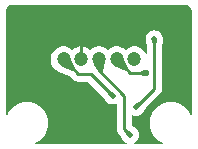
<source format=gbl>
G04 #@! TF.GenerationSoftware,KiCad,Pcbnew,8.0.2*
G04 #@! TF.CreationDate,2024-08-14T03:58:17-07:00*
G04 #@! TF.ProjectId,uSlime_BNO085,75536c69-6d65-45f4-924e-4f3038352e6b,rev?*
G04 #@! TF.SameCoordinates,Original*
G04 #@! TF.FileFunction,Copper,L2,Bot*
G04 #@! TF.FilePolarity,Positive*
%FSLAX46Y46*%
G04 Gerber Fmt 4.6, Leading zero omitted, Abs format (unit mm)*
G04 Created by KiCad (PCBNEW 8.0.2) date 2024-08-14 03:58:17*
%MOMM*%
%LPD*%
G01*
G04 APERTURE LIST*
G04 #@! TA.AperFunction,ComponentPad*
%ADD10C,1.200000*%
G04 #@! TD*
G04 #@! TA.AperFunction,ViaPad*
%ADD11C,0.600000*%
G04 #@! TD*
G04 #@! TA.AperFunction,ViaPad*
%ADD12C,0.500000*%
G04 #@! TD*
G04 #@! TA.AperFunction,Conductor*
%ADD13C,0.254000*%
G04 #@! TD*
G04 APERTURE END LIST*
D10*
X112005000Y-94500000D03*
X110505000Y-94500000D03*
X109005000Y-94500000D03*
X107505000Y-94500000D03*
X106005000Y-94500000D03*
D11*
X113200000Y-90900000D03*
X106000000Y-101100000D03*
X109300000Y-98425196D03*
D12*
X110150000Y-97550000D03*
D11*
X113000000Y-95650000D03*
D12*
X111650050Y-100869892D03*
X113700000Y-92800000D03*
X112127797Y-98534409D03*
D13*
X107505000Y-94500000D02*
X107505000Y-93155000D01*
X106005000Y-94500000D02*
X107255000Y-95750000D01*
X108350000Y-95750000D02*
X110150000Y-97550000D01*
X107255000Y-95750000D02*
X108350000Y-95750000D01*
X111655000Y-95650000D02*
X110505000Y-94500000D01*
X113000000Y-95650000D02*
X111655000Y-95650000D01*
X111150000Y-100369842D02*
X111150000Y-97550000D01*
X109005000Y-95405000D02*
X109005000Y-94500000D01*
X111650050Y-100869892D02*
X111150000Y-100369842D01*
X111150000Y-97550000D02*
X109005000Y-95405000D01*
X113700000Y-92800000D02*
X113700000Y-96962206D01*
X113700000Y-96962206D02*
X112127797Y-98534409D01*
G04 #@! TA.AperFunction,Conductor*
G36*
X116280632Y-89857573D02*
G01*
X116281149Y-89857607D01*
X116284100Y-89857607D01*
X116284104Y-89857608D01*
X116347245Y-89857607D01*
X116352732Y-89857915D01*
X116392477Y-89862393D01*
X116455661Y-89869512D01*
X116466357Y-89871953D01*
X116561507Y-89905247D01*
X116571392Y-89910007D01*
X116650120Y-89959475D01*
X116656754Y-89963643D01*
X116665333Y-89970485D01*
X116736614Y-90041766D01*
X116743456Y-90050345D01*
X116797092Y-90135707D01*
X116801852Y-90145593D01*
X116835145Y-90240741D01*
X116837587Y-90251438D01*
X116849184Y-90354368D01*
X116849492Y-90359854D01*
X116849492Y-90425991D01*
X116849493Y-90426008D01*
X116849497Y-99172389D01*
X116835145Y-99207037D01*
X116800497Y-99221389D01*
X116765849Y-99207037D01*
X116755227Y-99191140D01*
X116718284Y-99101951D01*
X116600273Y-98897550D01*
X116600270Y-98897546D01*
X116600264Y-98897537D01*
X116456596Y-98710306D01*
X116456586Y-98710294D01*
X116289705Y-98543413D01*
X116289693Y-98543403D01*
X116102462Y-98399735D01*
X116102447Y-98399725D01*
X115898050Y-98281716D01*
X115679996Y-98191395D01*
X115679986Y-98191391D01*
X115452025Y-98130309D01*
X115452018Y-98130308D01*
X115452014Y-98130307D01*
X115218011Y-98099500D01*
X114981989Y-98099500D01*
X114747986Y-98130307D01*
X114747982Y-98130307D01*
X114747974Y-98130309D01*
X114520013Y-98191391D01*
X114520003Y-98191395D01*
X114301949Y-98281716D01*
X114097552Y-98399725D01*
X114097537Y-98399735D01*
X113910306Y-98543403D01*
X113910294Y-98543413D01*
X113743413Y-98710294D01*
X113743403Y-98710306D01*
X113599735Y-98897537D01*
X113599725Y-98897552D01*
X113481716Y-99101949D01*
X113391395Y-99320003D01*
X113391391Y-99320013D01*
X113330309Y-99547974D01*
X113330307Y-99547982D01*
X113330307Y-99547986D01*
X113299500Y-99781989D01*
X113299500Y-100018011D01*
X113330307Y-100252014D01*
X113330308Y-100252018D01*
X113330309Y-100252025D01*
X113391391Y-100479986D01*
X113391395Y-100479996D01*
X113481716Y-100698050D01*
X113599725Y-100902447D01*
X113599735Y-100902462D01*
X113743403Y-101089693D01*
X113743413Y-101089705D01*
X113910294Y-101256586D01*
X113910306Y-101256596D01*
X114097537Y-101400264D01*
X114097552Y-101400274D01*
X114301949Y-101518283D01*
X114391146Y-101555230D01*
X114417664Y-101581749D01*
X114417664Y-101619252D01*
X114391145Y-101645770D01*
X114372394Y-101649500D01*
X111982772Y-101649500D01*
X111948124Y-101635148D01*
X111933772Y-101600500D01*
X111948124Y-101565852D01*
X111966587Y-101554250D01*
X111977740Y-101550348D01*
X112120940Y-101460369D01*
X112240527Y-101340782D01*
X112330506Y-101197582D01*
X112386363Y-101037951D01*
X112405299Y-100869892D01*
X112386363Y-100701833D01*
X112330506Y-100542202D01*
X112240527Y-100399002D01*
X112120940Y-100279415D01*
X112120937Y-100279413D01*
X112003365Y-100205537D01*
X111998758Y-100202257D01*
X111994178Y-100198579D01*
X111994165Y-100198571D01*
X111801572Y-100084766D01*
X111779044Y-100054784D01*
X111777500Y-100042581D01*
X111777500Y-99276013D01*
X111791852Y-99241365D01*
X111826500Y-99227013D01*
X111842682Y-99229762D01*
X111959738Y-99270722D01*
X112127797Y-99289658D01*
X112295856Y-99270722D01*
X112455487Y-99214865D01*
X112598687Y-99124886D01*
X112718274Y-99005299D01*
X112792165Y-98887700D01*
X112795436Y-98883107D01*
X112799113Y-98878530D01*
X112980877Y-98570926D01*
X112988406Y-98561217D01*
X114187411Y-97362214D01*
X114239615Y-97284085D01*
X114256083Y-97259439D01*
X114275676Y-97212136D01*
X114303386Y-97145240D01*
X114327500Y-97024009D01*
X114327500Y-96900403D01*
X114327500Y-93389593D01*
X114329044Y-93377392D01*
X114329045Y-93377390D01*
X114418023Y-93031360D01*
X114422093Y-93014310D01*
X114422142Y-93013640D01*
X114422356Y-93012611D01*
X114422394Y-93012373D01*
X114422406Y-93012374D01*
X114424756Y-93001082D01*
X114436313Y-92968059D01*
X114455249Y-92800000D01*
X114436313Y-92631941D01*
X114380456Y-92472310D01*
X114290477Y-92329110D01*
X114170890Y-92209523D01*
X114027690Y-92119544D01*
X113868059Y-92063687D01*
X113868055Y-92063686D01*
X113868053Y-92063686D01*
X113700000Y-92044751D01*
X113531946Y-92063686D01*
X113531937Y-92063688D01*
X113372310Y-92119544D01*
X113372308Y-92119545D01*
X113229112Y-92209521D01*
X113229108Y-92209524D01*
X113109524Y-92329108D01*
X113109521Y-92329112D01*
X113019545Y-92472308D01*
X113019544Y-92472310D01*
X112963688Y-92631937D01*
X112963686Y-92631946D01*
X112944751Y-92800000D01*
X112963686Y-92968053D01*
X112963687Y-92968061D01*
X112978373Y-93010033D01*
X112980831Y-93020887D01*
X112981976Y-93031354D01*
X112981978Y-93031369D01*
X113070956Y-93377390D01*
X113072500Y-93389593D01*
X113072500Y-93966555D01*
X113058148Y-94001203D01*
X113023500Y-94015555D01*
X112988852Y-94001203D01*
X112979637Y-93988396D01*
X112944674Y-93918181D01*
X112944673Y-93918180D01*
X112944673Y-93918179D01*
X112821764Y-93755421D01*
X112821763Y-93755420D01*
X112671045Y-93618022D01*
X112671042Y-93618020D01*
X112671041Y-93618019D01*
X112497637Y-93510652D01*
X112497634Y-93510651D01*
X112497633Y-93510650D01*
X112307462Y-93436978D01*
X112307460Y-93436977D01*
X112307456Y-93436976D01*
X112106976Y-93399500D01*
X111903024Y-93399500D01*
X111702544Y-93436976D01*
X111702540Y-93436977D01*
X111702537Y-93436978D01*
X111512366Y-93510650D01*
X111338957Y-93618020D01*
X111288011Y-93664463D01*
X111252736Y-93677199D01*
X111221989Y-93664463D01*
X111171042Y-93618020D01*
X111171041Y-93618019D01*
X110997637Y-93510652D01*
X110997634Y-93510651D01*
X110997633Y-93510650D01*
X110807462Y-93436978D01*
X110807460Y-93436977D01*
X110807456Y-93436976D01*
X110606976Y-93399500D01*
X110403024Y-93399500D01*
X110202544Y-93436976D01*
X110202540Y-93436977D01*
X110202537Y-93436978D01*
X110012366Y-93510650D01*
X109838957Y-93618020D01*
X109788011Y-93664463D01*
X109752736Y-93677199D01*
X109721989Y-93664463D01*
X109671042Y-93618020D01*
X109671041Y-93618019D01*
X109497637Y-93510652D01*
X109497634Y-93510651D01*
X109497633Y-93510650D01*
X109307462Y-93436978D01*
X109307460Y-93436977D01*
X109307456Y-93436976D01*
X109106976Y-93399500D01*
X108903024Y-93399500D01*
X108702544Y-93436976D01*
X108702540Y-93436977D01*
X108702537Y-93436978D01*
X108512366Y-93510650D01*
X108338954Y-93618022D01*
X108287637Y-93664802D01*
X108252363Y-93677538D01*
X108221616Y-93664801D01*
X108170742Y-93618423D01*
X107997409Y-93511099D01*
X107807325Y-93437461D01*
X107606928Y-93400000D01*
X107403072Y-93400000D01*
X107202674Y-93437461D01*
X107012590Y-93511099D01*
X106839257Y-93618423D01*
X106788380Y-93664802D01*
X106753106Y-93677538D01*
X106722359Y-93664801D01*
X106671045Y-93618022D01*
X106671042Y-93618020D01*
X106671041Y-93618019D01*
X106497637Y-93510652D01*
X106497634Y-93510651D01*
X106497633Y-93510650D01*
X106307462Y-93436978D01*
X106307460Y-93436977D01*
X106307456Y-93436976D01*
X106106976Y-93399500D01*
X105903024Y-93399500D01*
X105702544Y-93436976D01*
X105702540Y-93436977D01*
X105702537Y-93436978D01*
X105512366Y-93510650D01*
X105338954Y-93618022D01*
X105188236Y-93755420D01*
X105188233Y-93755423D01*
X105065328Y-93918177D01*
X105065325Y-93918181D01*
X104974420Y-94100744D01*
X104974417Y-94100751D01*
X104918603Y-94296914D01*
X104918602Y-94296920D01*
X104899785Y-94500000D01*
X104918602Y-94703079D01*
X104918603Y-94703085D01*
X104974417Y-94899248D01*
X104974420Y-94899255D01*
X105065325Y-95081818D01*
X105065328Y-95081822D01*
X105188233Y-95244576D01*
X105188236Y-95244579D01*
X105338954Y-95381977D01*
X105338955Y-95381978D01*
X105338959Y-95381981D01*
X105512363Y-95489348D01*
X105570680Y-95511939D01*
X105577017Y-95514934D01*
X105603450Y-95529838D01*
X106483455Y-95871750D01*
X106500357Y-95882776D01*
X106854992Y-96237411D01*
X106957762Y-96306080D01*
X106957763Y-96306080D01*
X106957767Y-96306083D01*
X106966715Y-96309789D01*
X106966716Y-96309790D01*
X106966717Y-96309790D01*
X107071965Y-96353386D01*
X107193197Y-96377500D01*
X108069785Y-96377500D01*
X108104433Y-96391852D01*
X109289383Y-97576802D01*
X109296920Y-97586522D01*
X109478682Y-97894122D01*
X109487880Y-97909086D01*
X109487882Y-97909089D01*
X109490608Y-97912252D01*
X109494979Y-97918170D01*
X109559523Y-98020890D01*
X109679110Y-98140477D01*
X109822310Y-98230456D01*
X109981941Y-98286313D01*
X110150000Y-98305249D01*
X110318059Y-98286313D01*
X110457318Y-98237584D01*
X110494760Y-98239686D01*
X110519750Y-98267650D01*
X110522500Y-98283834D01*
X110522500Y-100308039D01*
X110522500Y-100431645D01*
X110538502Y-100512094D01*
X110546613Y-100552874D01*
X110546615Y-100552880D01*
X110567781Y-100603977D01*
X110567781Y-100603978D01*
X110593915Y-100667072D01*
X110617142Y-100701833D01*
X110662588Y-100769849D01*
X110789433Y-100896694D01*
X110796970Y-100906414D01*
X110978732Y-101214014D01*
X110987930Y-101228978D01*
X110987932Y-101228981D01*
X110990658Y-101232144D01*
X110995029Y-101238062D01*
X111059571Y-101340779D01*
X111059573Y-101340782D01*
X111179160Y-101460369D01*
X111322360Y-101550348D01*
X111333512Y-101554250D01*
X111361475Y-101579240D01*
X111363578Y-101616684D01*
X111338588Y-101644647D01*
X111317328Y-101649500D01*
X103627606Y-101649500D01*
X103592958Y-101635148D01*
X103578606Y-101600500D01*
X103592958Y-101565852D01*
X103608854Y-101555230D01*
X103624028Y-101548944D01*
X103698049Y-101518284D01*
X103902450Y-101400273D01*
X104089699Y-101256592D01*
X104256592Y-101089699D01*
X104363472Y-100950409D01*
X104400264Y-100902462D01*
X104400265Y-100902459D01*
X104400273Y-100902450D01*
X104518284Y-100698049D01*
X104608606Y-100479993D01*
X104669693Y-100252014D01*
X104700500Y-100018011D01*
X104700500Y-99781989D01*
X104669693Y-99547986D01*
X104608606Y-99320007D01*
X104518284Y-99101951D01*
X104400273Y-98897550D01*
X104400270Y-98897546D01*
X104400264Y-98897537D01*
X104256596Y-98710306D01*
X104256586Y-98710294D01*
X104089705Y-98543413D01*
X104089693Y-98543403D01*
X103902462Y-98399735D01*
X103902447Y-98399725D01*
X103698050Y-98281716D01*
X103479996Y-98191395D01*
X103479986Y-98191391D01*
X103252025Y-98130309D01*
X103252018Y-98130308D01*
X103252014Y-98130307D01*
X103018011Y-98099500D01*
X102781989Y-98099500D01*
X102547986Y-98130307D01*
X102547982Y-98130307D01*
X102547974Y-98130309D01*
X102320013Y-98191391D01*
X102320003Y-98191395D01*
X102101949Y-98281716D01*
X101897552Y-98399725D01*
X101897537Y-98399735D01*
X101710306Y-98543403D01*
X101710294Y-98543413D01*
X101543413Y-98710294D01*
X101543403Y-98710306D01*
X101399735Y-98897537D01*
X101399725Y-98897552D01*
X101281716Y-99101949D01*
X101244770Y-99191146D01*
X101218251Y-99217664D01*
X101180748Y-99217664D01*
X101154230Y-99191145D01*
X101150500Y-99172394D01*
X101150500Y-90352752D01*
X101150808Y-90347266D01*
X101162406Y-90244332D01*
X101164848Y-90233637D01*
X101198145Y-90138477D01*
X101202897Y-90128610D01*
X101256541Y-90043235D01*
X101263375Y-90034666D01*
X101334666Y-89963375D01*
X101343235Y-89956541D01*
X101428610Y-89902897D01*
X101438477Y-89898145D01*
X101533640Y-89864847D01*
X101544330Y-89862406D01*
X101647262Y-89850808D01*
X101652758Y-89850501D01*
X116280632Y-89857573D01*
G37*
G04 #@! TD.AperFunction*
G04 #@! TA.AperFunction,Conductor*
G36*
X111057241Y-94274957D02*
G01*
X111063563Y-94281298D01*
X111063653Y-94281522D01*
X111232667Y-94716528D01*
X111232804Y-94716901D01*
X111279209Y-94849518D01*
X111279210Y-94849520D01*
X111279211Y-94849522D01*
X111292057Y-94869966D01*
X111293056Y-94871954D01*
X111440566Y-95251611D01*
X111440368Y-95260563D01*
X111437933Y-95264121D01*
X111269121Y-95432933D01*
X111260848Y-95436360D01*
X111256611Y-95435566D01*
X110286522Y-95058653D01*
X110280051Y-95052462D01*
X110279853Y-95043510D01*
X110279910Y-95043366D01*
X110502437Y-94503791D01*
X110508759Y-94497451D01*
X111048288Y-94274943D01*
X111057241Y-94274957D01*
G37*
G04 #@! TD.AperFunction*
G04 #@! TA.AperFunction,Conductor*
G36*
X113887717Y-92877568D02*
G01*
X113921635Y-92891764D01*
X113927944Y-92898120D01*
X113928449Y-92905471D01*
X113829259Y-93291214D01*
X113823880Y-93298373D01*
X113817928Y-93300000D01*
X113582072Y-93300000D01*
X113573799Y-93296573D01*
X113570741Y-93291214D01*
X113471550Y-92905471D01*
X113472808Y-92896605D01*
X113478363Y-92891764D01*
X113695484Y-92800889D01*
X113704437Y-92800857D01*
X113887717Y-92877568D01*
G37*
G04 #@! TD.AperFunction*
G04 #@! TA.AperFunction,Conductor*
G36*
X112883954Y-95376807D02*
G01*
X112889293Y-95382645D01*
X112999115Y-95645489D01*
X112999142Y-95654444D01*
X112999115Y-95654511D01*
X112889293Y-95917354D01*
X112882941Y-95923666D01*
X112875038Y-95924020D01*
X112408241Y-95779550D01*
X112401351Y-95773830D01*
X112400000Y-95768373D01*
X112400000Y-95531626D01*
X112403427Y-95523353D01*
X112408239Y-95520449D01*
X112875039Y-95375979D01*
X112883954Y-95376807D01*
G37*
G04 #@! TD.AperFunction*
G04 #@! TA.AperFunction,Conductor*
G36*
X106557241Y-94274957D02*
G01*
X106563563Y-94281298D01*
X106563653Y-94281522D01*
X106732667Y-94716528D01*
X106732804Y-94716901D01*
X106779209Y-94849518D01*
X106779210Y-94849520D01*
X106779211Y-94849522D01*
X106792057Y-94869966D01*
X106793056Y-94871954D01*
X106940566Y-95251611D01*
X106940368Y-95260563D01*
X106937933Y-95264121D01*
X106769121Y-95432933D01*
X106760848Y-95436360D01*
X106756611Y-95435566D01*
X105786522Y-95058653D01*
X105780051Y-95052462D01*
X105779853Y-95043510D01*
X105779910Y-95043366D01*
X106002437Y-94503791D01*
X106008759Y-94497451D01*
X106548288Y-94274943D01*
X106557241Y-94274957D01*
G37*
G04 #@! TD.AperFunction*
G04 #@! TA.AperFunction,Conductor*
G36*
X112397963Y-98097468D02*
G01*
X112564737Y-98264242D01*
X112568164Y-98272515D01*
X112566537Y-98278467D01*
X112363914Y-98621368D01*
X112356755Y-98626747D01*
X112349404Y-98626242D01*
X112131621Y-98536973D01*
X112125265Y-98530664D01*
X112125232Y-98530584D01*
X112035963Y-98312801D01*
X112035996Y-98303847D01*
X112040835Y-98298292D01*
X112383738Y-98095667D01*
X112392604Y-98094410D01*
X112397963Y-98097468D01*
G37*
G04 #@! TD.AperFunction*
G04 #@! TA.AperFunction,Conductor*
G36*
X109894058Y-97111259D02*
G01*
X110236959Y-97313882D01*
X110242338Y-97321041D01*
X110241833Y-97328392D01*
X110152564Y-97546175D01*
X110146255Y-97552531D01*
X110146175Y-97552564D01*
X109928392Y-97641833D01*
X109919438Y-97641800D01*
X109913882Y-97636959D01*
X109711259Y-97294058D01*
X109710001Y-97285192D01*
X109713057Y-97279835D01*
X109879834Y-97113058D01*
X109888106Y-97109632D01*
X109894058Y-97111259D01*
G37*
G04 #@! TD.AperFunction*
G04 #@! TA.AperFunction,Conductor*
G36*
X109011530Y-94502296D02*
G01*
X109549368Y-94725477D01*
X109555696Y-94731813D01*
X109556020Y-94739873D01*
X109304264Y-95521106D01*
X109301401Y-95525790D01*
X109133674Y-95693517D01*
X109125401Y-95696944D01*
X109117128Y-95693517D01*
X109115802Y-95691934D01*
X108586327Y-94932286D01*
X108584408Y-94923539D01*
X108587637Y-94917339D01*
X108998761Y-94504842D01*
X109007026Y-94501403D01*
X109011530Y-94502296D01*
G37*
G04 #@! TD.AperFunction*
G04 #@! TA.AperFunction,Conductor*
G36*
X111394108Y-100431151D02*
G01*
X111737009Y-100633774D01*
X111742388Y-100640933D01*
X111741883Y-100648284D01*
X111652614Y-100866067D01*
X111646305Y-100872423D01*
X111646225Y-100872456D01*
X111428442Y-100961725D01*
X111419488Y-100961692D01*
X111413932Y-100956851D01*
X111211309Y-100613950D01*
X111210051Y-100605084D01*
X111213107Y-100599727D01*
X111379884Y-100432950D01*
X111388156Y-100429524D01*
X111394108Y-100431151D01*
G37*
G04 #@! TD.AperFunction*
M02*

</source>
